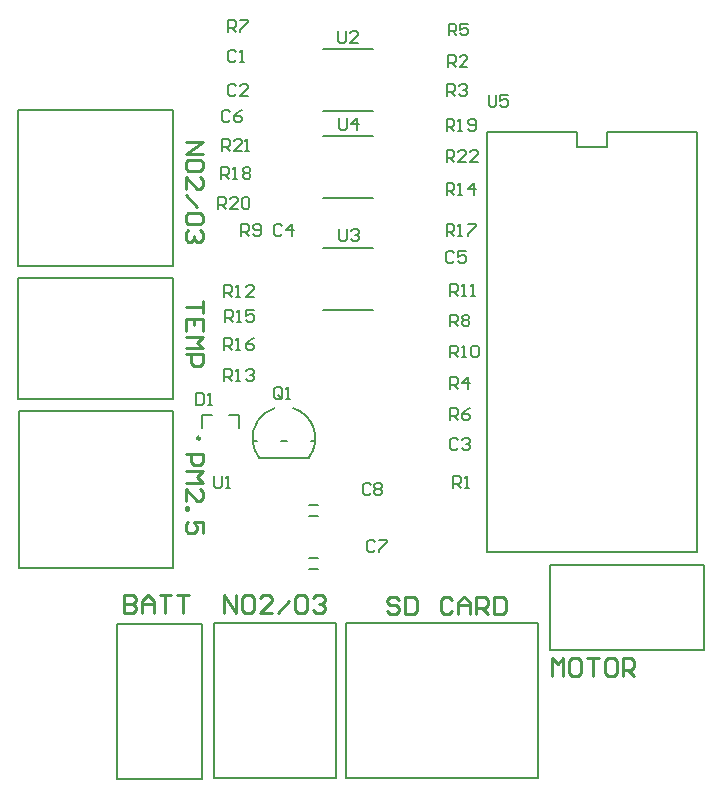
<source format=gto>
G04 Layer_Color=65535*
%FSLAX44Y44*%
%MOMM*%
G71*
G01*
G75*
%ADD19C,0.2500*%
%ADD28C,0.1270*%
%ADD29C,0.2000*%
%ADD30C,0.2032*%
%ADD31C,0.1524*%
D19*
X154250Y289000D02*
G03*
X154250Y289000I-1250J0D01*
G01*
X142000Y276000D02*
X156995D01*
Y268502D01*
X154496Y266003D01*
X149498D01*
X146998Y268502D01*
Y276000D01*
X142000Y261005D02*
X156995D01*
X151997Y256007D01*
X156995Y251008D01*
X142000D01*
Y236013D02*
Y246010D01*
X151997Y236013D01*
X154496D01*
X156995Y238512D01*
Y243510D01*
X154496Y246010D01*
X142000Y231015D02*
X144499D01*
Y228515D01*
X142000D01*
Y231015D01*
X156995Y208522D02*
Y218519D01*
X149498D01*
X151997Y213520D01*
Y211021D01*
X149498Y208522D01*
X144499D01*
X142000Y211021D01*
Y216019D01*
X144499Y218519D01*
X156995Y405000D02*
Y395003D01*
Y400002D01*
X142000D01*
X156995Y380008D02*
Y390005D01*
X142000D01*
Y380008D01*
X149498Y390005D02*
Y385006D01*
X142000Y375010D02*
X156995D01*
X151997Y370011D01*
X156995Y365013D01*
X142000D01*
Y360015D02*
X156995D01*
Y352517D01*
X154496Y350018D01*
X149498D01*
X146998Y352517D01*
Y360015D01*
X142000Y540000D02*
X156995D01*
X142000Y530003D01*
X156995D01*
Y517507D02*
Y522506D01*
X154496Y525005D01*
X144499D01*
X142000Y522506D01*
Y517507D01*
X144499Y515008D01*
X154496D01*
X156995Y517507D01*
X142000Y500013D02*
Y510010D01*
X151997Y500013D01*
X154496D01*
X156995Y502512D01*
Y507510D01*
X154496Y510010D01*
X142000Y495015D02*
X151997Y485018D01*
X156995Y472522D02*
Y477520D01*
X154496Y480019D01*
X144499D01*
X142000Y477520D01*
Y472522D01*
X144499Y470023D01*
X154496D01*
X156995Y472522D01*
X154496Y465024D02*
X156995Y462525D01*
Y457527D01*
X154496Y455028D01*
X151997D01*
X149498Y457527D01*
Y460026D01*
Y457527D01*
X146998Y455028D01*
X144499D01*
X142000Y457527D01*
Y462525D01*
X144499Y465024D01*
X90000Y155995D02*
Y141000D01*
X97498D01*
X99997Y143499D01*
Y145998D01*
X97498Y148497D01*
X90000D01*
X97498D01*
X99997Y150997D01*
Y153496D01*
X97498Y155995D01*
X90000D01*
X104995Y141000D02*
Y150997D01*
X109993Y155995D01*
X114992Y150997D01*
Y141000D01*
Y148497D01*
X104995D01*
X119990Y155995D02*
X129987D01*
X124989D01*
Y141000D01*
X134985Y155995D02*
X144982D01*
X139984D01*
Y141000D01*
X175000Y141000D02*
Y155995D01*
X184997Y141000D01*
Y155995D01*
X197493D02*
X192494D01*
X189995Y153496D01*
Y143499D01*
X192494Y141000D01*
X197493D01*
X199992Y143499D01*
Y153496D01*
X197493Y155995D01*
X214987Y141000D02*
X204990D01*
X214987Y150997D01*
Y153496D01*
X212488Y155995D01*
X207489D01*
X204990Y153496D01*
X219985Y141000D02*
X229982Y150997D01*
X242478Y155995D02*
X237480D01*
X234981Y153496D01*
Y143499D01*
X237480Y141000D01*
X242478D01*
X244977Y143499D01*
Y153496D01*
X242478Y155995D01*
X249976Y153496D02*
X252475Y155995D01*
X257473D01*
X259972Y153496D01*
Y150997D01*
X257473Y148498D01*
X254974D01*
X257473D01*
X259972Y145998D01*
Y143499D01*
X257473Y141000D01*
X252475D01*
X249976Y143499D01*
X322997Y152496D02*
X320498Y154995D01*
X315499D01*
X313000Y152496D01*
Y149997D01*
X315499Y147498D01*
X320498D01*
X322997Y144998D01*
Y142499D01*
X320498Y140000D01*
X315499D01*
X313000Y142499D01*
X327995Y154995D02*
Y140000D01*
X335493D01*
X337992Y142499D01*
Y152496D01*
X335493Y154995D01*
X327995D01*
X367982Y152496D02*
X365483Y154995D01*
X360485D01*
X357985Y152496D01*
Y142499D01*
X360485Y140000D01*
X365483D01*
X367982Y142499D01*
X372981Y140000D02*
Y149997D01*
X377979Y154995D01*
X382977Y149997D01*
Y140000D01*
Y147498D01*
X372981D01*
X387976Y140000D02*
Y154995D01*
X395473D01*
X397972Y152496D01*
Y147498D01*
X395473Y144998D01*
X387976D01*
X392974D02*
X397972Y140000D01*
X402971Y154995D02*
Y140000D01*
X410468D01*
X412968Y142499D01*
Y152496D01*
X410468Y154995D01*
X402971D01*
X452000Y88000D02*
Y102995D01*
X456998Y97997D01*
X461997Y102995D01*
Y88000D01*
X474493Y102995D02*
X469494D01*
X466995Y100496D01*
Y90499D01*
X469494Y88000D01*
X474493D01*
X476992Y90499D01*
Y100496D01*
X474493Y102995D01*
X481990D02*
X491987D01*
X486989D01*
Y88000D01*
X504483Y102995D02*
X499485D01*
X496985Y100496D01*
Y90499D01*
X499485Y88000D01*
X504483D01*
X506982Y90499D01*
Y100496D01*
X504483Y102995D01*
X511981Y88000D02*
Y102995D01*
X519478D01*
X521977Y100496D01*
Y95498D01*
X519478Y92998D01*
X511981D01*
X516979D02*
X521977Y88000D01*
D28*
X198731Y286675D02*
G03*
X204284Y272580I26569J2324D01*
G01*
X217502Y314505D02*
G03*
X198731Y286676I7798J-25505D01*
G01*
X246316Y272581D02*
G03*
X233097Y314504I-21016J16419D01*
G01*
X204355Y272490D02*
X246245D01*
X198751Y286460D02*
X202763D01*
X222437D02*
X228163D01*
X247837D02*
X251849D01*
D29*
X179000Y308750D02*
X187000D01*
Y297750D02*
Y308750D01*
X156000D02*
X164000D01*
X156000Y297750D02*
Y308750D01*
X84000Y700D02*
Y131700D01*
Y700D02*
X156000D01*
X84000Y131700D02*
X156000D01*
Y700D02*
Y131700D01*
X700Y179500D02*
X131700D01*
X700D02*
Y312000D01*
X131700Y179500D02*
Y312000D01*
X700D02*
X131700D01*
X440500Y1500D02*
Y132500D01*
X278000Y1500D02*
X440500D01*
X278000Y132500D02*
X440500D01*
X278000Y1500D02*
Y132500D01*
X500Y434500D02*
X131500D01*
X500D02*
Y567000D01*
X131500Y434500D02*
Y567000D01*
X500D02*
X131500D01*
X269000Y1500D02*
Y132500D01*
X166000Y1500D02*
X269000D01*
X166000Y132500D02*
X269000D01*
X166000Y1500D02*
Y132500D01*
X450300Y110000D02*
X581300D01*
Y182000D01*
X450300Y110000D02*
Y182000D01*
X581300D01*
X500Y322000D02*
X131500D01*
X500D02*
Y425000D01*
X131500Y322000D02*
Y425000D01*
X500D02*
X131500D01*
X398551Y579506D02*
Y571175D01*
X400217Y569509D01*
X403549D01*
X405215Y571175D01*
Y579506D01*
X415212D02*
X408548D01*
Y574507D01*
X411880Y576174D01*
X413546D01*
X415212Y574507D01*
Y571175D01*
X413546Y569509D01*
X410214D01*
X408548Y571175D01*
X272000Y559997D02*
Y551666D01*
X273666Y550000D01*
X276998D01*
X278664Y551666D01*
Y559997D01*
X286995Y550000D02*
Y559997D01*
X281997Y554998D01*
X288661D01*
X272000Y465997D02*
Y457666D01*
X273666Y456000D01*
X276998D01*
X278664Y457666D01*
Y465997D01*
X281997Y464331D02*
X283663Y465997D01*
X286995D01*
X288661Y464331D01*
Y462664D01*
X286995Y460998D01*
X285329D01*
X286995D01*
X288661Y459332D01*
Y457666D01*
X286995Y456000D01*
X283663D01*
X281997Y457666D01*
X271000Y633997D02*
Y625666D01*
X272666Y624000D01*
X275998D01*
X277665Y625666D01*
Y633997D01*
X287661Y624000D02*
X280997D01*
X287661Y630664D01*
Y632331D01*
X285995Y633997D01*
X282663D01*
X280997Y632331D01*
X363000Y522675D02*
Y532672D01*
X367999D01*
X369665Y531006D01*
Y527674D01*
X367999Y526007D01*
X363000D01*
X366332D02*
X369665Y522675D01*
X379661D02*
X372997D01*
X379661Y529340D01*
Y531006D01*
X377995Y532672D01*
X374663D01*
X372997Y531006D01*
X389658Y522675D02*
X382994D01*
X389658Y529340D01*
Y531006D01*
X387992Y532672D01*
X384660D01*
X382994Y531006D01*
X172750Y532515D02*
Y542512D01*
X177749D01*
X179415Y540846D01*
Y537514D01*
X177749Y535848D01*
X172750D01*
X176082D02*
X179415Y532515D01*
X189412D02*
X182747D01*
X189412Y539180D01*
Y540846D01*
X187745Y542512D01*
X184413D01*
X182747Y540846D01*
X192744Y532515D02*
X196076D01*
X194410D01*
Y542512D01*
X192744Y540846D01*
X363000Y549213D02*
Y559209D01*
X367999D01*
X369665Y557543D01*
Y554211D01*
X367999Y552545D01*
X363000D01*
X366332D02*
X369665Y549213D01*
X372997D02*
X376329D01*
X374663D01*
Y559209D01*
X372997Y557543D01*
X381328Y550879D02*
X382994Y549213D01*
X386326D01*
X387992Y550879D01*
Y557543D01*
X386326Y559209D01*
X382994D01*
X381328Y557543D01*
Y555877D01*
X382994Y554211D01*
X387992D01*
X172000Y508903D02*
Y518899D01*
X176998D01*
X178664Y517233D01*
Y513901D01*
X176998Y512235D01*
X172000D01*
X175332D02*
X178664Y508903D01*
X181997D02*
X185329D01*
X183663D01*
Y518899D01*
X181997Y517233D01*
X190327D02*
X191994Y518899D01*
X195326D01*
X196992Y517233D01*
Y515567D01*
X195326Y513901D01*
X196992Y512235D01*
Y510569D01*
X195326Y508903D01*
X191994D01*
X190327Y510569D01*
Y512235D01*
X191994Y513901D01*
X190327Y515567D01*
Y517233D01*
X191994Y513901D02*
X195326D01*
X363000Y460250D02*
Y470247D01*
X367999D01*
X369665Y468580D01*
Y465248D01*
X367999Y463582D01*
X363000D01*
X366332D02*
X369665Y460250D01*
X372997D02*
X376329D01*
X374663D01*
Y470247D01*
X372997Y468580D01*
X381328Y470247D02*
X387992D01*
Y468580D01*
X381328Y461916D01*
Y460250D01*
X174768Y363694D02*
Y373690D01*
X179767D01*
X181433Y372024D01*
Y368692D01*
X179767Y367026D01*
X174768D01*
X178101D02*
X181433Y363694D01*
X184765D02*
X188097D01*
X186431D01*
Y373690D01*
X184765Y372024D01*
X199760Y373690D02*
X196428Y372024D01*
X193096Y368692D01*
Y365360D01*
X194762Y363694D01*
X198094D01*
X199760Y365360D01*
Y367026D01*
X198094Y368692D01*
X193096D01*
X175232Y387609D02*
Y397605D01*
X180230D01*
X181896Y395939D01*
Y392607D01*
X180230Y390941D01*
X175232D01*
X178564D02*
X181896Y387609D01*
X185228D02*
X188561D01*
X186894D01*
Y397605D01*
X185228Y395939D01*
X200224Y397605D02*
X193559D01*
Y392607D01*
X196891Y394273D01*
X198557D01*
X200224Y392607D01*
Y389275D01*
X198557Y387609D01*
X195225D01*
X193559Y389275D01*
X363000Y495138D02*
Y505135D01*
X367999D01*
X369665Y503469D01*
Y500136D01*
X367999Y498470D01*
X363000D01*
X366332D02*
X369665Y495138D01*
X372997D02*
X376329D01*
X374663D01*
Y505135D01*
X372997Y503469D01*
X386326Y495138D02*
Y505135D01*
X381328Y500136D01*
X387992D01*
X174768Y337651D02*
Y347648D01*
X179767D01*
X181433Y345982D01*
Y342649D01*
X179767Y340983D01*
X174768D01*
X178101D02*
X181433Y337651D01*
X184765D02*
X188097D01*
X186431D01*
Y347648D01*
X184765Y345982D01*
X193096D02*
X194762Y347648D01*
X198094D01*
X199760Y345982D01*
Y344316D01*
X198094Y342649D01*
X196428D01*
X198094D01*
X199760Y340983D01*
Y339317D01*
X198094Y337651D01*
X194762D01*
X193096Y339317D01*
X174750Y409002D02*
Y418999D01*
X179748D01*
X181415Y417333D01*
Y414001D01*
X179748Y412335D01*
X174750D01*
X178082D02*
X181415Y409002D01*
X184747D02*
X188079D01*
X186413D01*
Y418999D01*
X184747Y417333D01*
X199742Y409002D02*
X193077D01*
X199742Y415667D01*
Y417333D01*
X198076Y418999D01*
X194744D01*
X193077Y417333D01*
X365750Y409810D02*
Y419807D01*
X370749D01*
X372415Y418141D01*
Y414809D01*
X370749Y413143D01*
X365750D01*
X369083D02*
X372415Y409810D01*
X375747D02*
X379080D01*
X377413D01*
Y419807D01*
X375747Y418141D01*
X384078Y409810D02*
X387410D01*
X385744D01*
Y419807D01*
X384078Y418141D01*
X365750Y357537D02*
Y367533D01*
X370749D01*
X372415Y365867D01*
Y362535D01*
X370749Y360869D01*
X365750D01*
X369082D02*
X372415Y357537D01*
X375747D02*
X379079D01*
X377413D01*
Y367533D01*
X375747Y365867D01*
X384078D02*
X385744Y367533D01*
X389076D01*
X390742Y365867D01*
Y359203D01*
X389076Y357537D01*
X385744D01*
X384078Y359203D01*
Y365867D01*
X189000Y460405D02*
Y470402D01*
X193998D01*
X195665Y468736D01*
Y465404D01*
X193998Y463737D01*
X189000D01*
X192332D02*
X195665Y460405D01*
X198997Y462071D02*
X200663Y460405D01*
X203995D01*
X205661Y462071D01*
Y468736D01*
X203995Y470402D01*
X200663D01*
X198997Y468736D01*
Y467070D01*
X200663Y465404D01*
X205661D01*
X365750Y383768D02*
Y393765D01*
X370749D01*
X372415Y392099D01*
Y388767D01*
X370749Y387100D01*
X365750D01*
X369082D02*
X372415Y383768D01*
X375747Y392099D02*
X377413Y393765D01*
X380745D01*
X382411Y392099D01*
Y390433D01*
X380745Y388767D01*
X382411Y387100D01*
Y385434D01*
X380745Y383768D01*
X377413D01*
X375747Y385434D01*
Y387100D01*
X377413Y388767D01*
X375747Y390433D01*
Y392099D01*
X377413Y388767D02*
X380745D01*
X177958Y632957D02*
Y642954D01*
X182956D01*
X184622Y641288D01*
Y637955D01*
X182956Y636289D01*
X177958D01*
X181290D02*
X184622Y632957D01*
X187954Y642954D02*
X194619D01*
Y641288D01*
X187954Y634623D01*
Y632957D01*
X366000Y304291D02*
Y314287D01*
X370999D01*
X372665Y312621D01*
Y309289D01*
X370999Y307623D01*
X366000D01*
X369333D02*
X372665Y304291D01*
X382662Y314287D02*
X379329Y312621D01*
X375997Y309289D01*
Y305957D01*
X377663Y304291D01*
X380996D01*
X382662Y305957D01*
Y307623D01*
X380996Y309289D01*
X375997D01*
X364750Y630082D02*
Y640079D01*
X369748D01*
X371414Y638412D01*
Y635080D01*
X369748Y633414D01*
X364750D01*
X368082D02*
X371414Y630082D01*
X381411Y640079D02*
X374747D01*
Y635080D01*
X378079Y636746D01*
X379745D01*
X381411Y635080D01*
Y631748D01*
X379745Y630082D01*
X376413D01*
X374747Y631748D01*
X366001Y331000D02*
Y340997D01*
X370999D01*
X372665Y339331D01*
Y335998D01*
X370999Y334332D01*
X366001D01*
X369333D02*
X372665Y331000D01*
X380996D02*
Y340997D01*
X375997Y335998D01*
X382662D01*
X363750Y579000D02*
Y588997D01*
X368748D01*
X370415Y587331D01*
Y583998D01*
X368748Y582332D01*
X363750D01*
X367082D02*
X370415Y579000D01*
X373747Y587331D02*
X375413Y588997D01*
X378745D01*
X380411Y587331D01*
Y585664D01*
X378745Y583998D01*
X377079D01*
X378745D01*
X380411Y582332D01*
Y580666D01*
X378745Y579000D01*
X375413D01*
X373747Y580666D01*
X364000Y603382D02*
Y613379D01*
X368998D01*
X370664Y611712D01*
Y608380D01*
X368998Y606714D01*
X364000D01*
X367332D02*
X370664Y603382D01*
X380661D02*
X373997D01*
X380661Y610046D01*
Y611712D01*
X378995Y613379D01*
X375663D01*
X373997Y611712D01*
X368500Y247000D02*
Y256997D01*
X373498D01*
X375164Y255331D01*
Y251998D01*
X373498Y250332D01*
X368500D01*
X371832D02*
X375164Y247000D01*
X378497D02*
X381829D01*
X380163D01*
Y256997D01*
X378497Y255331D01*
X223664Y323666D02*
Y330331D01*
X221998Y331997D01*
X218666D01*
X217000Y330331D01*
Y323666D01*
X218666Y322000D01*
X221998D01*
X220332Y325332D02*
X223664Y322000D01*
X221998D02*
X223664Y323666D01*
X226997Y322000D02*
X230329D01*
X228663D01*
Y331997D01*
X226997Y330331D01*
X151000Y326997D02*
Y317000D01*
X155998D01*
X157664Y318666D01*
Y325331D01*
X155998Y326997D01*
X151000D01*
X160997Y317000D02*
X164329D01*
X162663D01*
Y326997D01*
X160997Y325331D01*
X179594Y565497D02*
X177928Y567163D01*
X174596D01*
X172930Y565497D01*
Y558832D01*
X174596Y557166D01*
X177928D01*
X179594Y558832D01*
X189591Y567163D02*
X186259Y565497D01*
X182927Y562164D01*
Y558832D01*
X184593Y557166D01*
X187925D01*
X189591Y558832D01*
Y560498D01*
X187925Y562164D01*
X182927D01*
X369188Y445852D02*
X367522Y447519D01*
X364189D01*
X362523Y445852D01*
Y439188D01*
X364189Y437522D01*
X367522D01*
X369188Y439188D01*
X379184Y447519D02*
X372520D01*
Y442520D01*
X375852Y444186D01*
X377518D01*
X379184Y442520D01*
Y439188D01*
X377518Y437522D01*
X374186D01*
X372520Y439188D01*
X223498Y468736D02*
X221832Y470402D01*
X218500D01*
X216834Y468736D01*
Y462071D01*
X218500Y460405D01*
X221832D01*
X223498Y462071D01*
X231829Y460405D02*
Y470402D01*
X226830Y465403D01*
X233495D01*
X372758Y287288D02*
X371092Y288954D01*
X367760D01*
X366094Y287288D01*
Y280623D01*
X367760Y278957D01*
X371092D01*
X372758Y280623D01*
X376091Y287288D02*
X377757Y288954D01*
X381089D01*
X382755Y287288D01*
Y285622D01*
X381089Y283956D01*
X379423D01*
X381089D01*
X382755Y282290D01*
Y280623D01*
X381089Y278957D01*
X377757D01*
X376091Y280623D01*
X184622Y587038D02*
X182956Y588704D01*
X179624D01*
X177958Y587038D01*
Y580373D01*
X179624Y578707D01*
X182956D01*
X184622Y580373D01*
X194619Y578707D02*
X187954D01*
X194619Y585371D01*
Y587038D01*
X192953Y588704D01*
X189620D01*
X187954Y587038D01*
X184622Y615871D02*
X182956Y617537D01*
X179624D01*
X177958Y615871D01*
Y609207D01*
X179624Y607540D01*
X182956D01*
X184622Y609207D01*
X187954Y607540D02*
X191287D01*
X189620D01*
Y617537D01*
X187954Y615871D01*
X302665Y201331D02*
X300998Y202997D01*
X297666D01*
X296000Y201331D01*
Y194666D01*
X297666Y193000D01*
X300998D01*
X302665Y194666D01*
X305997Y202997D02*
X312661D01*
Y201331D01*
X305997Y194666D01*
Y193000D01*
X298664Y249331D02*
X296998Y250997D01*
X293666D01*
X292000Y249331D01*
Y242666D01*
X293666Y241000D01*
X296998D01*
X298664Y242666D01*
X301997Y249331D02*
X303663Y250997D01*
X306995D01*
X308661Y249331D01*
Y247665D01*
X306995Y245998D01*
X308661Y244332D01*
Y242666D01*
X306995Y241000D01*
X303663D01*
X301997Y242666D01*
Y244332D01*
X303663Y245998D01*
X301997Y247665D01*
Y249331D01*
X303663Y245998D02*
X306995D01*
X166000Y256997D02*
Y248666D01*
X167666Y247000D01*
X170998D01*
X172665Y248666D01*
Y256997D01*
X175997Y247000D02*
X179329D01*
X177663D01*
Y256997D01*
X175997Y255331D01*
X169500Y483500D02*
Y493497D01*
X174498D01*
X176164Y491831D01*
Y488498D01*
X174498Y486832D01*
X169500D01*
X172832D02*
X176164Y483500D01*
X186161D02*
X179497D01*
X186161Y490164D01*
Y491831D01*
X184495Y493497D01*
X181163D01*
X179497Y491831D01*
X189494D02*
X191160Y493497D01*
X194492D01*
X196158Y491831D01*
Y485166D01*
X194492Y483500D01*
X191160D01*
X189494Y485166D01*
Y491831D01*
D30*
X473100Y535600D02*
X498500D01*
Y548300D01*
X574700D01*
Y192700D02*
Y548300D01*
X396900Y192700D02*
X574700D01*
X396900D02*
Y548300D01*
X473100D01*
Y535600D02*
Y548300D01*
D31*
X258164Y545062D02*
X300836D01*
X258164Y492484D02*
X300836D01*
X258164Y449789D02*
X300836D01*
X258164Y397211D02*
X300836D01*
X258164Y565884D02*
X300836D01*
X258164Y618462D02*
X300836D01*
X246848Y232445D02*
X253935D01*
X246848Y187445D02*
X253935D01*
X246848Y223555D02*
X253935D01*
X246848Y178555D02*
X253935D01*
M02*

</source>
